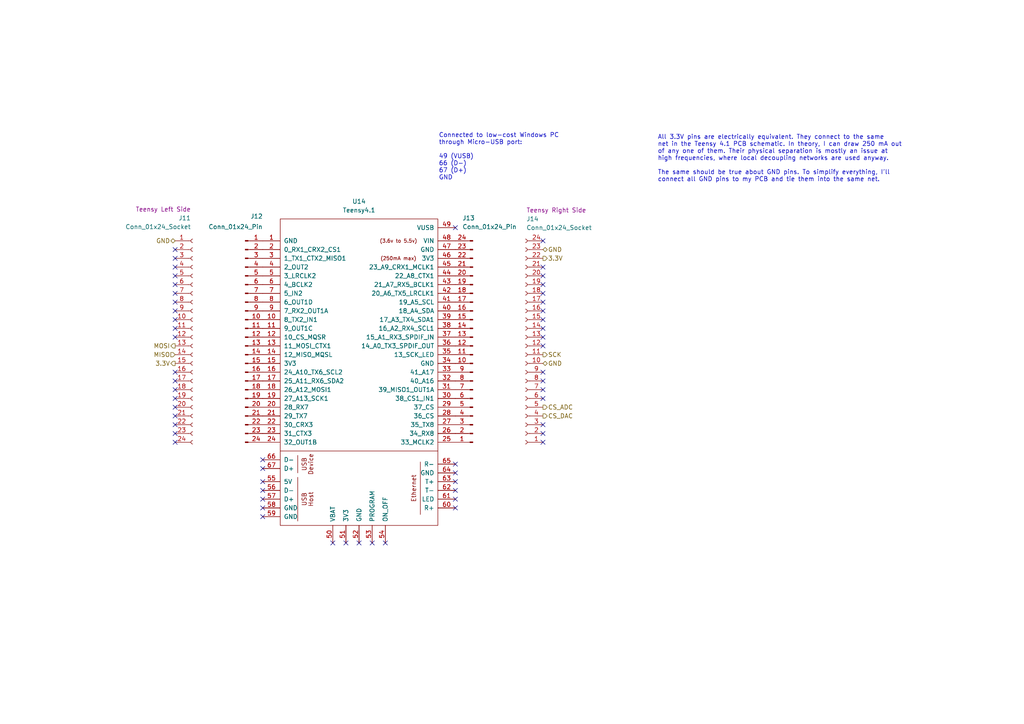
<source format=kicad_sch>
(kicad_sch (version 20250114) (generator "eeschema") (generator_version "9.0")
  (paper "A4")
  (lib_symbols
    (symbol "Connector:Conn_01x24_Pin" (pin_names (offset 1.016) (hide yes))
      (property "Reference" "J" (at 0 30.48 0))
      (property "Value" "Conn_01x24_Pin" (at 0 -33.02 0))
      (symbol "Conn_01x24_Pin_1_1"
        (rectangle (start 0.8636 28.067) (end 0 27.813) (stroke (width 0.1524)) (fill (type outline)))
        (rectangle (start 0.8636 25.527) (end 0 25.273) (stroke (width 0.1524)) (fill (type outline)))
        (rectangle (start 0.8636 22.987) (end 0 22.733) (stroke (width 0.1524)) (fill (type outline)))
        (rectangle (start 0.8636 20.447) (end 0 20.193) (stroke (width 0.1524)) (fill (type outline)))
        (rectangle (start 0.8636 17.907) (end 0 17.653) (stroke (width 0.1524)) (fill (type outline)))
        (rectangle (start 0.8636 15.367) (end 0 15.113) (stroke (width 0.1524)) (fill (type outline)))
        (rectangle (start 0.8636 12.827) (end 0 12.573) (stroke (width 0.1524)) (fill (type outline)))
        (rectangle (start 0.8636 10.287) (end 0 10.033) (stroke (width 0.1524)) (fill (type outline)))
        (rectangle (start 0.8636 7.747) (end 0 7.493) (stroke (width 0.1524)) (fill (type outline)))
        (rectangle (start 0.8636 5.207) (end 0 4.953) (stroke (width 0.1524)) (fill (type outline)))
        (rectangle (start 0.8636 2.667) (end 0 2.413) (stroke (width 0.1524)) (fill (type outline)))
        (rectangle (start 0.8636 0.127) (end 0 -0.127) (stroke (width 0.1524)) (fill (type outline)))
        (rectangle (start 0.8636 -2.413) (end 0 -2.667) (stroke (width 0.1524)) (fill (type outline)))
        (rectangle (start 0.8636 -4.953) (end 0 -5.207) (stroke (width 0.1524)) (fill (type outline)))
        (rectangle (start 0.8636 -7.493) (end 0 -7.747) (stroke (width 0.1524)) (fill (type outline)))
        (rectangle (start 0.8636 -10.033) (end 0 -10.287) (stroke (width 0.1524)) (fill (type outline)))
        (rectangle (start 0.8636 -12.573) (end 0 -12.827) (stroke (width 0.1524)) (fill (type outline)))
        (rectangle (start 0.8636 -15.113) (end 0 -15.367) (stroke (width 0.1524)) (fill (type outline)))
        (rectangle (start 0.8636 -17.653) (end 0 -17.907) (stroke (width 0.1524)) (fill (type outline)))
        (rectangle (start 0.8636 -20.193) (end 0 -20.447) (stroke (width 0.1524)) (fill (type outline)))
        (rectangle (start 0.8636 -22.733) (end 0 -22.987) (stroke (width 0.1524)) (fill (type outline)))
        (rectangle (start 0.8636 -25.273) (end 0 -25.527) (stroke (width 0.1524)) (fill (type outline)))
        (rectangle (start 0.8636 -27.813) (end 0 -28.067) (stroke (width 0.1524)) (fill (type outline)))
        (rectangle (start 0.8636 -30.353) (end 0 -30.607) (stroke (width 0.1524)) (fill (type outline)))
        (polyline (pts (xy 1.27 27.94) (xy 0.8636 27.94)) (stroke (width 0.1524)))
        (polyline (pts (xy 1.27 25.4) (xy 0.8636 25.4)) (stroke (width 0.1524)))
        (polyline (pts (xy 1.27 22.86) (xy 0.8636 22.86)) (stroke (width 0.1524)))
        (polyline (pts (xy 1.27 20.32) (xy 0.8636 20.32)) (stroke (width 0.1524)))
        (polyline (pts (xy 1.27 17.78) (xy 0.8636 17.78)) (stroke (width 0.1524)))
        (polyline (pts (xy 1.27 15.24) (xy 0.8636 15.24)) (stroke (width 0.1524)))
        (polyline (pts (xy 1.27 12.7) (xy 0.8636 12.7)) (stroke (width 0.1524)))
        (polyline (pts (xy 1.27 10.16) (xy 0.8636 10.16)) (stroke (width 0.1524)))
        (polyline (pts (xy 1.27 7.62) (xy 0.8636 7.62)) (stroke (width 0.1524)))
        (polyline (pts (xy 1.27 5.08) (xy 0.8636 5.08)) (stroke (width 0.1524)))
        (polyline (pts (xy 1.27 2.54) (xy 0.8636 2.54)) (stroke (width 0.1524)))
        (polyline (pts (xy 1.27 0) (xy 0.8636 0)) (stroke (width 0.1524)))
        (polyline (pts (xy 1.27 -2.54) (xy 0.8636 -2.54)) (stroke (width 0.1524)))
        (polyline (pts (xy 1.27 -5.08) (xy 0.8636 -5.08)) (stroke (width 0.1524)))
        (polyline (pts (xy 1.27 -7.62) (xy 0.8636 -7.62)) (stroke (width 0.1524)))
        (polyline (pts (xy 1.27 -10.16) (xy 0.8636 -10.16)) (stroke (width 0.1524)))
        (polyline (pts (xy 1.27 -12.7) (xy 0.8636 -12.7)) (stroke (width 0.1524)))
        (polyline (pts (xy 1.27 -15.24) (xy 0.8636 -15.24)) (stroke (width 0.1524)))
        (polyline (pts (xy 1.27 -17.78) (xy 0.8636 -17.78)) (stroke (width 0.1524)))
        (polyline (pts (xy 1.27 -20.32) (xy 0.8636 -20.32)) (stroke (width 0.1524)))
        (polyline (pts (xy 1.27 -22.86) (xy 0.8636 -22.86)) (stroke (width 0.1524)))
        (polyline (pts (xy 1.27 -25.4) (xy 0.8636 -25.4)) (stroke (width 0.1524)))
        (polyline (pts (xy 1.27 -27.94) (xy 0.8636 -27.94)) (stroke (width 0.1524)))
        (polyline (pts (xy 1.27 -30.48) (xy 0.8636 -30.48)) (stroke (width 0.1524)))
        (pin passive line (at 5.08 27.94 180) (length 3.81) (name "Pin_1") (number "1"))
        (pin passive line (at 5.08 25.4 180) (length 3.81) (name "Pin_2") (number "2"))
        (pin passive line (at 5.08 22.86 180) (length 3.81) (name "Pin_3") (number "3"))
        (pin passive line (at 5.08 20.32 180) (length 3.81) (name "Pin_4") (number "4"))
        (pin passive line (at 5.08 17.78 180) (length 3.81) (name "Pin_5") (number "5"))
        (pin passive line (at 5.08 15.24 180) (length 3.81) (name "Pin_6") (number "6"))
        (pin passive line (at 5.08 12.7 180) (length 3.81) (name "Pin_7") (number "7"))
        (pin passive line (at 5.08 10.16 180) (length 3.81) (name "Pin_8") (number "8"))
        (pin passive line (at 5.08 7.62 180) (length 3.81) (name "Pin_9") (number "9"))
        (pin passive line (at 5.08 5.08 180) (length 3.81) (name "Pin_10") (number "10"))
        (pin passive line (at 5.08 2.54 180) (length 3.81) (name "Pin_11") (number "11"))
        (pin passive line (at 5.08 0 180) (length 3.81) (name "Pin_12") (number "12"))
        (pin passive line (at 5.08 -2.54 180) (length 3.81) (name "Pin_13") (number "13"))
        (pin passive line (at 5.08 -5.08 180) (length 3.81) (name "Pin_14") (number "14"))
        (pin passive line (at 5.08 -7.62 180) (length 3.81) (name "Pin_15") (number "15"))
        (pin passive line (at 5.08 -10.16 180) (length 3.81) (name "Pin_16") (number "16"))
        (pin passive line (at 5.08 -12.7 180) (length 3.81) (name "Pin_17") (number "17"))
        (pin passive line (at 5.08 -15.24 180) (length 3.81) (name "Pin_18") (number "18"))
        (pin passive line (at 5.08 -17.78 180) (length 3.81) (name "Pin_19") (number "19"))
        (pin passive line (at 5.08 -20.32 180) (length 3.81) (name "Pin_20") (number "20"))
        (pin passive line (at 5.08 -22.86 180) (length 3.81) (name "Pin_21") (number "21"))
        (pin passive line (at 5.08 -25.4 180) (length 3.81) (name "Pin_22") (number "22"))
        (pin passive line (at 5.08 -27.94 180) (length 3.81) (name "Pin_23") (number "23"))
        (pin passive line (at 5.08 -30.48 180) (length 3.81) (name "Pin_24") (number "24"))
      )
    )
    (symbol "Connector:Conn_01x24_Socket" (pin_names (offset 1.016) (hide yes))
      (property "Reference" "J" (at 0 30.48 0))
      (property "Value" "Conn_01x24_Socket" (at 0 -33.02 0))
      (symbol "Conn_01x24_Socket_1_1"
        (polyline (pts (xy -1.27 27.94) (xy -0.508 27.94)) (stroke (width 0.1524)))
        (polyline (pts (xy -1.27 25.4) (xy -0.508 25.4)) (stroke (width 0.1524)))
        (polyline (pts (xy -1.27 22.86) (xy -0.508 22.86)) (stroke (width 0.1524)))
        (polyline (pts (xy -1.27 20.32) (xy -0.508 20.32)) (stroke (width 0.1524)))
        (polyline (pts (xy -1.27 17.78) (xy -0.508 17.78)) (stroke (width 0.1524)))
        (polyline (pts (xy -1.27 15.24) (xy -0.508 15.24)) (stroke (width 0.1524)))
        (polyline (pts (xy -1.27 12.7) (xy -0.508 12.7)) (stroke (width 0.1524)))
        (polyline (pts (xy -1.27 10.16) (xy -0.508 10.16)) (stroke (width 0.1524)))
        (polyline (pts (xy -1.27 7.62) (xy -0.508 7.62)) (stroke (width 0.1524)))
        (polyline (pts (xy -1.27 5.08) (xy -0.508 5.08)) (stroke (width 0.1524)))
        (polyline (pts (xy -1.27 2.54) (xy -0.508 2.54)) (stroke (width 0.1524)))
        (polyline (pts (xy -1.27 0) (xy -0.508 0)) (stroke (width 0.1524)))
        (polyline (pts (xy -1.27 -2.54) (xy -0.508 -2.54)) (stroke (width 0.1524)))
        (polyline (pts (xy -1.27 -5.08) (xy -0.508 -5.08)) (stroke (width 0.1524)))
        (polyline (pts (xy -1.27 -7.62) (xy -0.508 -7.62)) (stroke (width 0.1524)))
        (polyline (pts (xy -1.27 -10.16) (xy -0.508 -10.16)) (stroke (width 0.1524)))
        (polyline (pts (xy -1.27 -12.7) (xy -0.508 -12.7)) (stroke (width 0.1524)))
        (polyline (pts (xy -1.27 -15.24) (xy -0.508 -15.24)) (stroke (width 0.1524)))
        (polyline (pts (xy -1.27 -17.78) (xy -0.508 -17.78)) (stroke (width 0.1524)))
        (polyline (pts (xy -1.27 -20.32) (xy -0.508 -20.32)) (stroke (width 0.1524)))
        (polyline (pts (xy -1.27 -22.86) (xy -0.508 -22.86)) (stroke (width 0.1524)))
        (polyline (pts (xy -1.27 -25.4) (xy -0.508 -25.4)) (stroke (width 0.1524)))
        (polyline (pts (xy -1.27 -27.94) (xy -0.508 -27.94)) (stroke (width 0.1524)))
        (polyline (pts (xy -1.27 -30.48) (xy -0.508 -30.48)) (stroke (width 0.1524)))
        (arc (start 0 27.432) (mid -0.5058 27.94) (end 0 28.448) (stroke (width 0.1524)))
        (arc (start 0 24.892) (mid -0.5058 25.4) (end 0 25.908) (stroke (width 0.1524)))
        (arc (start 0 22.352) (mid -0.5058 22.86) (end 0 23.368) (stroke (width 0.1524)))
        (arc (start 0 19.812) (mid -0.5058 20.32) (end 0 20.828) (stroke (width 0.1524)))
        (arc (start 0 17.272) (mid -0.5058 17.78) (end 0 18.288) (stroke (width 0.1524)))
        (arc (start 0 14.732) (mid -0.5058 15.24) (end 0 15.748) (stroke (width 0.1524)))
        (arc (start 0 12.192) (mid -0.5058 12.7) (end 0 13.208) (stroke (width 0.1524)))
        (arc (start 0 9.652) (mid -0.5058 10.16) (end 0 10.668) (stroke (width 0.1524)))
        (arc (start 0 7.112) (mid -0.5058 7.62) (end 0 8.128) (stroke (width 0.1524)))
        (arc (start 0 4.572) (mid -0.5058 5.08) (end 0 5.588) (stroke (width 0.1524)))
        (arc (start 0 2.032) (mid -0.5058 2.54) (end 0 3.048) (stroke (width 0.1524)))
        (arc (start 0 -0.508) (mid -0.5058 0) (end 0 0.508) (stroke (width 0.1524)))
        (arc (start 0 -3.048) (mid -0.5058 -2.54) (end 0 -2.032) (stroke (width 0.1524)))
        (arc (start 0 -5.588) (mid -0.5058 -5.08) (end 0 -4.572) (stroke (width 0.1524)))
        (arc (start 0 -8.128) (mid -0.5058 -7.62) (end 0 -7.112) (stroke (width 0.1524)))
        (arc (start 0 -10.668) (mid -0.5058 -10.16) (end 0 -9.652) (stroke (width 0.1524)))
        (arc (start 0 -13.208) (mid -0.5058 -12.7) (end 0 -12.192) (stroke (width 0.1524)))
        (arc (start 0 -15.748) (mid -0.5058 -15.24) (end 0 -14.732) (stroke (width 0.1524)))
        (arc (start 0 -18.288) (mid -0.5058 -17.78) (end 0 -17.272) (stroke (width 0.1524)))
        (arc (start 0 -20.828) (mid -0.5058 -20.32) (end 0 -19.812) (stroke (width 0.1524)))
        (arc (start 0 -23.368) (mid -0.5058 -22.86) (end 0 -22.352) (stroke (width 0.1524)))
        (arc (start 0 -25.908) (mid -0.5058 -25.4) (end 0 -24.892) (stroke (width 0.1524)))
        (arc (start 0 -28.448) (mid -0.5058 -27.94) (end 0 -27.432) (stroke (width 0.1524)))
        (arc (start 0 -30.988) (mid -0.5058 -30.48) (end 0 -29.972) (stroke (width 0.1524)))
        (pin passive line (at -5.08 27.94 0) (length 3.81) (name "Pin_1") (number "1"))
        (pin passive line (at -5.08 25.4 0) (length 3.81) (name "Pin_2") (number "2"))
        (pin passive line (at -5.08 22.86 0) (length 3.81) (name "Pin_3") (number "3"))
        (pin passive line (at -5.08 20.32 0) (length 3.81) (name "Pin_4") (number "4"))
        (pin passive line (at -5.08 17.78 0) (length 3.81) (name "Pin_5") (number "5"))
        (pin passive line (at -5.08 15.24 0) (length 3.81) (name "Pin_6") (number "6"))
        (pin passive line (at -5.08 12.7 0) (length 3.81) (name "Pin_7") (number "7"))
        (pin passive line (at -5.08 10.16 0) (length 3.81) (name "Pin_8") (number "8"))
        (pin passive line (at -5.08 7.62 0) (length 3.81) (name "Pin_9") (number "9"))
        (pin passive line (at -5.08 5.08 0) (length 3.81) (name "Pin_10") (number "10"))
        (pin passive line (at -5.08 2.54 0) (length 3.81) (name "Pin_11") (number "11"))
        (pin passive line (at -5.08 0 0) (length 3.81) (name "Pin_12") (number "12"))
        (pin passive line (at -5.08 -2.54 0) (length 3.81) (name "Pin_13") (number "13"))
        (pin passive line (at -5.08 -5.08 0) (length 3.81) (name "Pin_14") (number "14"))
        (pin passive line (at -5.08 -7.62 0) (length 3.81) (name "Pin_15") (number "15"))
        (pin passive line (at -5.08 -10.16 0) (length 3.81) (name "Pin_16") (number "16"))
        (pin passive line (at -5.08 -12.7 0) (length 3.81) (name "Pin_17") (number "17"))
        (pin passive line (at -5.08 -15.24 0) (length 3.81) (name "Pin_18") (number "18"))
        (pin passive line (at -5.08 -17.78 0) (length 3.81) (name "Pin_19") (number "19"))
        (pin passive line (at -5.08 -20.32 0) (length 3.81) (name "Pin_20") (number "20"))
        (pin passive line (at -5.08 -22.86 0) (length 3.81) (name "Pin_21") (number "21"))
        (pin passive line (at -5.08 -25.4 0) (length 3.81) (name "Pin_22") (number "22"))
        (pin passive line (at -5.08 -27.94 0) (length 3.81) (name "Pin_23") (number "23"))
        (pin passive line (at -5.08 -30.48 0) (length 3.81) (name "Pin_24") (number "24"))
      )
    )
    (symbol "teensy:Teensy4.1" (pin_names (offset 1.016))
      (property "Reference" "U" (at 0 64.77 0))
      (property "Value" "Teensy4.1" (at 0 62.23 0))
      (symbol "Teensy4.1_0_0"
        (polyline (pts (xy -22.86 -6.35) (xy 22.86 -6.35)))
        (polyline (pts (xy -17.78 -7.62) (xy -17.78 -12.7)))
        (polyline (pts (xy -17.78 -26.67) (xy -17.78 -13.97)))
        (polyline (pts (xy 17.78 -9.525) (xy 17.78 -24.765)))
        (text "USB" (at -15.875 -10.16 900) (effects (font (size 1.27 1.27))))
        (text "USB" (at -15.875 -20.32 900) (effects (font (size 1.27 1.27))))
        (text "Device" (at -13.97 -10.16 900) (effects (font (size 1.27 1.27))))
        (text "Host" (at -13.97 -20.32 900) (effects (font (size 1.27 1.27))))
        (text "(3.6v to 5.5v)" (at 11.43 54.61 0) (effects (font (size 1.016 1.016))))
        (text "(250mA max)" (at 11.43 49.53 0) (effects (font (size 1.016 1.016))))
        (text "Ethernet" (at 15.875 -17.145 900) (effects (font (size 1.27 1.27))))
        (pin bidirectional line (at -27.94 44.45 0) (length 5.08) (name "3_LRCLK2") (number "5"))
        (pin bidirectional line (at -27.94 41.91 0) (length 5.08) (name "4_BCLK2") (number "6"))
        (pin bidirectional line (at -27.94 39.37 0) (length 5.08) (name "5_IN2") (number "7"))
        (pin bidirectional line (at -27.94 36.83 0) (length 5.08) (name "6_OUT1D") (number "8"))
        (pin bidirectional line (at -27.94 34.29 0) (length 5.08) (name "7_RX2_OUT1A") (number "9"))
        (pin bidirectional line (at -27.94 31.75 0) (length 5.08) (name "8_TX2_IN1") (number "10"))
        (pin bidirectional line (at -27.94 29.21 0) (length 5.08) (name "9_OUT1C") (number "11"))
        (pin bidirectional line (at -27.94 26.67 0) (length 5.08) (name "10_CS_MQSR") (number "12"))
        (pin bidirectional line (at -27.94 24.13 0) (length 5.08) (name "11_MOSI_CTX1") (number "13"))
        (pin bidirectional line (at -27.94 21.59 0) (length 5.08) (name "12_MISO_MQSL") (number "14"))
        (pin power_in line (at -27.94 19.05 0) (length 5.08) (name "3V3") (number "15"))
        (pin bidirectional line (at -27.94 16.51 0) (length 5.08) (name "24_A10_TX6_SCL2") (number "16"))
        (pin bidirectional line (at -27.94 13.97 0) (length 5.08) (name "25_A11_RX6_SDA2") (number "17"))
        (pin bidirectional line (at -27.94 11.43 0) (length 5.08) (name "26_A12_MOSI1") (number "18"))
        (pin bidirectional line (at -27.94 8.89 0) (length 5.08) (name "27_A13_SCK1") (number "19"))
        (pin bidirectional line (at -27.94 6.35 0) (length 5.08) (name "28_RX7") (number "20"))
        (pin bidirectional line (at -27.94 3.81 0) (length 5.08) (name "29_TX7") (number "21"))
        (pin bidirectional line (at -27.94 1.27 0) (length 5.08) (name "30_CRX3") (number "22"))
        (pin bidirectional line (at -27.94 -1.27 0) (length 5.08) (name "31_CTX3") (number "23"))
        (pin bidirectional line (at -27.94 -3.81 0) (length 5.08) (name "32_OUT1B") (number "24"))
        (pin bidirectional line (at -27.94 -8.89 0) (length 5.08) (name "D-") (number "66"))
        (pin bidirectional line (at -27.94 -11.43 0) (length 5.08) (name "D+") (number "67"))
        (pin power_out line (at -27.94 -15.24 0) (length 5.08) (name "5V") (number "55"))
        (pin bidirectional line (at -27.94 -17.78 0) (length 5.08) (name "D-") (number "56"))
        (pin bidirectional line (at -27.94 -20.32 0) (length 5.08) (name "D+") (number "57"))
        (pin power_in line (at -27.94 -22.86 0) (length 5.08) (name "GND") (number "58"))
        (pin power_in line (at -27.94 -25.4 0) (length 5.08) (name "GND") (number "59"))
        (pin power_in line (at -7.62 -33.02 90) (length 5.08) (name "VBAT") (number "50"))
        (pin power_in line (at -3.81 -33.02 90) (length 5.08) (name "3V3") (number "51"))
        (pin input line (at 0 -33.02 90) (length 5.08) (name "GND") (number "52"))
        (pin input line (at 3.81 -33.02 90) (length 5.08) (name "PROGRAM") (number "53"))
        (pin input line (at 7.62 -33.02 90) (length 5.08) (name "ON_OFF") (number "54"))
        (pin power_out line (at 27.94 58.42 180) (length 5.08) (name "VUSB") (number "49"))
        (pin power_in line (at 27.94 54.61 180) (length 5.08) (name "VIN") (number "48"))
        (pin output line (at 27.94 52.07 180) (length 5.08) (name "GND") (number "47"))
        (pin output line (at 27.94 49.53 180) (length 5.08) (name "3V3") (number "46"))
        (pin bidirectional line (at 27.94 46.99 180) (length 5.08) (name "23_A9_CRX1_MCLK1") (number "45"))
        (pin bidirectional line (at 27.94 44.45 180) (length 5.08) (name "22_A8_CTX1") (number "44"))
        (pin bidirectional line (at 27.94 41.91 180) (length 5.08) (name "21_A7_RX5_BCLK1") (number "43"))
        (pin bidirectional line (at 27.94 39.37 180) (length 5.08) (name "20_A6_TX5_LRCLK1") (number "42"))
        (pin bidirectional line (at 27.94 36.83 180) (length 5.08) (name "19_A5_SCL") (number "41"))
        (pin bidirectional line (at 27.94 34.29 180) (length 5.08) (name "18_A4_SDA") (number "40"))
        (pin bidirectional line (at 27.94 31.75 180) (length 5.08) (name "17_A3_TX4_SDA1") (number "39"))
        (pin bidirectional line (at 27.94 29.21 180) (length 5.08) (name "16_A2_RX4_SCL1") (number "38"))
        (pin bidirectional line (at 27.94 26.67 180) (length 5.08) (name "15_A1_RX3_SPDIF_IN") (number "37"))
        (pin bidirectional line (at 27.94 24.13 180) (length 5.08) (name "14_A0_TX3_SPDIF_OUT") (number "36"))
        (pin bidirectional line (at 27.94 21.59 180) (length 5.08) (name "13_SCK_LED") (number "35"))
        (pin bidirectional line (at 27.94 16.51 180) (length 5.08) (name "41_A17") (number "33"))
        (pin bidirectional line (at 27.94 13.97 180) (length 5.08) (name "40_A16") (number "32"))
        (pin bidirectional line (at 27.94 11.43 180) (length 5.08) (name "39_MISO1_OUT1A") (number "31"))
        (pin bidirectional line (at 27.94 8.89 180) (length 5.08) (name "38_CS1_IN1") (number "30"))
        (pin bidirectional line (at 27.94 6.35 180) (length 5.08) (name "37_CS") (number "29"))
        (pin bidirectional line (at 27.94 3.81 180) (length 5.08) (name "36_CS") (number "28"))
        (pin bidirectional line (at 27.94 1.27 180) (length 5.08) (name "35_TX8") (number "27"))
        (pin bidirectional line (at 27.94 -1.27 180) (length 5.08) (name "34_RX8") (number "26"))
        (pin bidirectional line (at 27.94 -3.81 180) (length 5.08) (name "33_MCLK2") (number "25"))
        (pin bidirectional line (at 27.94 -10.16 180) (length 5.08) (name "R-") (number "65"))
        (pin power_in line (at 27.94 -12.7 180) (length 5.08) (name "GND") (number "64"))
        (pin bidirectional line (at 27.94 -15.24 180) (length 5.08) (name "T+") (number "63"))
        (pin bidirectional line (at 27.94 -17.78 180) (length 5.08) (name "T-") (number "62"))
        (pin bidirectional line (at 27.94 -20.32 180) (length 5.08) (name "LED") (number "61"))
        (pin bidirectional line (at 27.94 -22.86 180) (length 5.08) (name "R+") (number "60"))
      )
      (symbol "Teensy4.1_0_1"
        (rectangle (start -22.86 60.96) (end 22.86 -27.94))
        (rectangle (start -20.32 -1.27) (end -20.32 -1.27))
      )
      (symbol "Teensy4.1_1_1"
        (pin power_in line (at -27.94 54.61 0) (length 5.08) (name "GND") (number "1"))
        (pin bidirectional line (at -27.94 52.07 0) (length 5.08) (name "0_RX1_CRX2_CS1") (number "2"))
        (pin bidirectional line (at -27.94 49.53 0) (length 5.08) (name "1_TX1_CTX2_MISO1") (number "3"))
        (pin bidirectional line (at -27.94 46.99 0) (length 5.08) (name "2_OUT2") (number "4"))
        (pin power_in line (at 27.94 19.05 180) (length 5.08) (name "GND") (number "34"))
      )
    )
  )
  (text "Connected to low-cost Windows PC\nthrough Micro-USB port:\n\n49 (VUSB)\n66 (D-)\n67 (D+)\nGND" (at 127.254 45.466 0) (effects (font (size 1.27 1.27)) (justify left)))
  (text "All 3.3V pins are electrically equivalent. They connect to the same\nnet in the Teensy 4.1 PCB schematic. In theory, I can draw 250 mA out\nof any one of them. Their physical separation is mostly an issue at\nhigh frequencies, where local decoupling networks are used anyway.\n\nThe same should be true about GND pins. To simplify everything, I'll\nconnect all GND pins to my PCB and tie them into the same net." (at 190.754 39.116 0) (effects (font (size 1.27 1.27)) (justify left top)))
  (no_connect (at 50.8 115.57))
  (no_connect (at 157.48 128.27))
  (no_connect (at 76.2 142.24))
  (no_connect (at 157.48 107.95))
  (no_connect (at 107.95 157.48))
  (no_connect (at 50.8 118.11))
  (no_connect (at 76.2 133.35))
  (no_connect (at 96.52 157.48))
  (no_connect (at 50.8 97.79))
  (no_connect (at 157.48 87.63))
  (no_connect (at 157.48 69.85))
  (no_connect (at 157.48 80.01))
  (no_connect (at 50.8 110.49))
  (no_connect (at 157.48 95.25))
  (no_connect (at 132.08 144.78))
  (no_connect (at 132.08 66.04))
  (no_connect (at 50.8 120.65))
  (no_connect (at 157.48 97.79))
  (no_connect (at 50.8 125.73))
  (no_connect (at 157.48 125.73))
  (no_connect (at 50.8 95.25))
  (no_connect (at 157.48 123.19))
  (no_connect (at 157.48 115.57))
  (no_connect (at 132.08 134.62))
  (no_connect (at 132.08 147.32))
  (no_connect (at 76.2 139.7))
  (no_connect (at 100.33 157.48))
  (no_connect (at 157.48 113.03))
  (no_connect (at 50.8 123.19))
  (no_connect (at 76.2 147.32))
  (no_connect (at 76.2 149.86))
  (no_connect (at 50.8 85.09))
  (no_connect (at 111.76 157.48))
  (no_connect (at 50.8 72.39))
  (no_connect (at 132.08 139.7))
  (no_connect (at 132.08 137.16))
  (no_connect (at 132.08 142.24))
  (no_connect (at 50.8 90.17))
  (no_connect (at 157.48 85.09))
  (no_connect (at 50.8 77.47))
  (no_connect (at 50.8 80.01))
  (no_connect (at 76.2 144.78))
  (no_connect (at 50.8 92.71))
  (no_connect (at 50.8 82.55))
  (no_connect (at 104.14 157.48))
  (no_connect (at 76.2 135.89))
  (no_connect (at 50.8 74.93))
  (no_connect (at 50.8 87.63))
  (no_connect (at 157.48 110.49))
  (no_connect (at 157.48 90.17))
  (no_connect (at 50.8 113.03))
  (no_connect (at 157.48 82.55))
  (no_connect (at 157.48 77.47))
  (no_connect (at 50.8 107.95))
  (no_connect (at 50.8 128.27))
  (no_connect (at 157.48 92.71))
  (no_connect (at 157.48 100.33))
  (hierarchical_label "GND" (shape bidirectional) (at 157.48 105.41 0))
  (hierarchical_label "GND" (shape bidirectional) (at 157.48 72.39 0))
  (hierarchical_label "CS_DAC" (shape output) (at 157.48 120.65 0))
  (hierarchical_label "CS_ADC" (shape output) (at 157.48 118.11 0))
  (hierarchical_label "GND" (shape bidirectional) (at 50.8 69.85 180))
  (hierarchical_label "3.3V" (shape output) (at 50.8 105.41 180))
  (hierarchical_label "SCK" (shape output) (at 157.48 102.87 0))
  (hierarchical_label "MOSI" (shape output) (at 50.8 100.33 180))
  (hierarchical_label "3.3V" (shape output) (at 157.48 74.93 0))
  (hierarchical_label "MISO" (shape input) (at 50.8 102.87 180))
  (symbol (lib_id "Connector:Conn_01x24_Socket") (at 152.4 100.33 180) (unit 1)
    (property "Reference" "J14" (at 152.654 63.5 0) (effects (justify right)))
    (property "Value" "Conn_01x24_Socket" (at 152.654 66.04 0) (effects (justify right)))
    (property "Description" "Teensy Right Side" (at 152.654 60.96 0) (effects (justify right)))
    (property "Purchase Link" "https://www.digikey.com/en/products/detail/sullins-connector-solutions/PPPC241LFBN-RC/810196" (effects (hide yes)))
  )
  (symbol (lib_id "Connector:Conn_01x24_Socket") (at 55.88 97.79 0) (unit 1)
    (property "Reference" "J11" (at 55.372 63.246 0) (effects (justify right)))
    (property "Value" "Conn_01x24_Socket" (at 55.372 65.786 0) (effects (justify right)))
    (property "Description" "Teensy Left Side" (at 55.372 60.706 0) (effects (justify right)))
    (property "Purchase Link" "https://www.digikey.com/en/products/detail/sullins-connector-solutions/PPPC241LFBN-RC/810196" (effects (hide yes)))
  )
  (symbol (lib_id "Connector:Conn_01x24_Pin") (at 71.12 97.79 0) (unit 1) (on_board no)
    (property "Reference" "J12" (at 74.422 62.738 0))
    (property "Value" "Conn_01x24_Pin" (at 68.326 65.786 0))
    (property "Description" "Generic connector, single row, 01x24, script generated" (effects (hide yes)))
    (property "Purchase Link" "https://www.digikey.com/en/products/detail/sullins-connector-solutions/PRPC024SAAN-RC/2775230" (effects (hide yes)))
  )
  (symbol (lib_id "Connector:Conn_01x24_Pin") (at 137.16 100.33 180) (unit 1) (on_board no)
    (property "Reference" "J13" (at 134.112 63.246 0) (effects (justify right)))
    (property "Value" "Conn_01x24_Pin" (at 134.112 65.786 0) (effects (justify right)))
    (property "Description" "Generic connector, single row, 01x24, script generated" (effects (hide yes)))
    (property "Purchase Link" "https://www.digikey.com/en/products/detail/sullins-connector-solutions/PRPC024SAAN-RC/2775230" (effects (hide yes)))
  )
  (symbol (lib_id "teensy:Teensy4.1") (at 104.14 124.46 0) (unit 1) (on_board no)
    (property "Reference" "U14" (at 104.14 58.42 0))
    (property "Value" "Teensy4.1" (at 104.14 60.96 0))
  )
)
</source>
